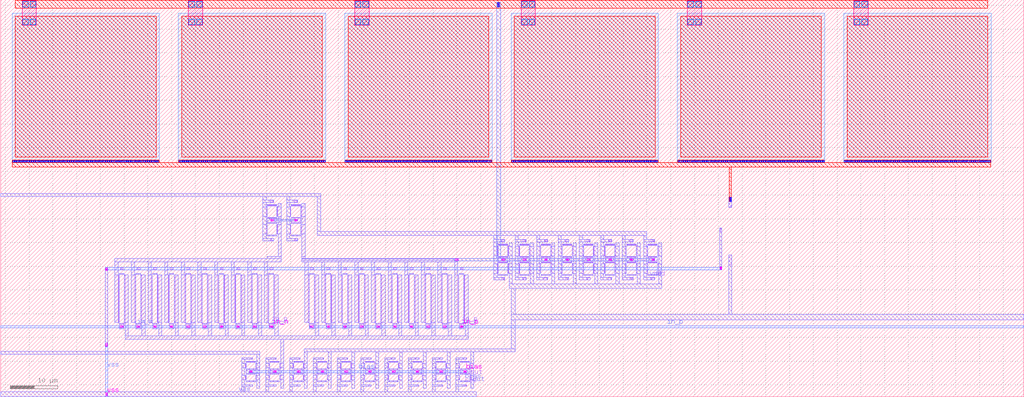
<source format=lef>
VERSION 5.7 ;
  NOWIREEXTENSIONATPIN ON ;
  DIVIDERCHAR "/" ;
  BUSBITCHARS "[]" ;
MACRO myopamp
  CLASS BLOCK ;
  FOREIGN myopamp ;
  ORIGIN 45.995 -2.475 ;
  SIZE 215.245 BY 83.640 ;
  PIN vss
    ANTENNADIFFAREA 5.800000 ;
    PORT
      LAYER li1 ;
        RECT 105.405 37.400 105.735 38.095 ;
        RECT 6.345 10.420 7.035 10.750 ;
        RECT 11.345 10.420 12.035 10.750 ;
        RECT 16.345 10.420 17.035 10.750 ;
        RECT 21.345 10.420 22.035 10.750 ;
        RECT 26.345 10.420 27.035 10.750 ;
        RECT 31.345 10.420 32.035 10.750 ;
        RECT 36.345 10.420 37.035 10.750 ;
        RECT 41.345 10.420 42.035 10.750 ;
        RECT 46.345 10.420 47.035 10.750 ;
        RECT 51.345 10.420 52.035 10.750 ;
        RECT 5.440 8.560 5.610 9.600 ;
        RECT 10.440 8.560 10.610 9.600 ;
        RECT 15.440 8.560 15.610 9.600 ;
        RECT 20.440 8.560 20.610 9.600 ;
        RECT 25.440 8.560 25.610 9.600 ;
        RECT 30.440 8.560 30.610 9.600 ;
        RECT 35.440 8.560 35.610 9.600 ;
        RECT 40.440 8.560 40.610 9.600 ;
        RECT 45.440 8.560 45.610 9.600 ;
        RECT 50.440 8.560 50.610 9.600 ;
        RECT 5.440 6.060 5.610 7.100 ;
        RECT 10.440 6.060 10.610 7.100 ;
        RECT 15.440 6.060 15.610 7.100 ;
        RECT 20.440 6.060 20.610 7.100 ;
        RECT 25.440 6.060 25.610 7.100 ;
        RECT 30.440 6.060 30.610 7.100 ;
        RECT 35.440 6.060 35.610 7.100 ;
        RECT 40.440 6.060 40.610 7.100 ;
        RECT 45.440 6.060 45.610 7.100 ;
        RECT 50.440 6.060 50.610 7.100 ;
        RECT 6.340 4.735 7.030 5.065 ;
        RECT 11.340 4.735 12.030 5.065 ;
        RECT 16.340 4.735 17.030 5.065 ;
        RECT 21.340 4.735 22.030 5.065 ;
        RECT 26.340 4.735 27.030 5.065 ;
        RECT 31.340 4.735 32.030 5.065 ;
        RECT 36.340 4.735 37.030 5.065 ;
        RECT 41.340 4.735 42.030 5.065 ;
        RECT 46.340 4.735 47.030 5.065 ;
        RECT 51.340 4.735 52.030 5.065 ;
      LAYER met1 ;
        RECT -23.970 13.065 -23.445 29.765 ;
        RECT 105.365 29.265 105.775 38.135 ;
        RECT 6.365 10.710 7.015 10.730 ;
        RECT 11.365 10.710 12.015 10.730 ;
        RECT 16.365 10.710 17.015 10.730 ;
        RECT 21.365 10.710 22.015 10.730 ;
        RECT 26.365 10.710 27.015 10.730 ;
        RECT 31.365 10.710 32.015 10.730 ;
        RECT 36.365 10.710 37.015 10.730 ;
        RECT 41.365 10.710 42.015 10.730 ;
        RECT 46.365 10.710 47.015 10.730 ;
        RECT 51.365 10.710 52.015 10.730 ;
        RECT 4.785 10.440 7.015 10.710 ;
        RECT 9.785 10.440 12.015 10.710 ;
        RECT 14.785 10.440 17.015 10.710 ;
        RECT 19.785 10.440 22.015 10.710 ;
        RECT 24.785 10.440 27.015 10.710 ;
        RECT 29.785 10.440 32.015 10.710 ;
        RECT 34.785 10.440 37.015 10.710 ;
        RECT 39.785 10.440 42.015 10.710 ;
        RECT 44.785 10.440 47.015 10.710 ;
        RECT 49.785 10.440 52.015 10.710 ;
        RECT 4.785 10.375 7.005 10.440 ;
        RECT 9.785 10.375 12.005 10.440 ;
        RECT 14.785 10.375 17.005 10.440 ;
        RECT 19.785 10.375 22.005 10.440 ;
        RECT 24.785 10.375 27.005 10.440 ;
        RECT 29.785 10.375 32.005 10.440 ;
        RECT 34.785 10.375 37.005 10.440 ;
        RECT 39.785 10.375 42.005 10.440 ;
        RECT 44.785 10.375 47.005 10.440 ;
        RECT 49.785 10.375 52.005 10.440 ;
        RECT 4.785 9.580 5.410 10.375 ;
        RECT 9.785 9.580 10.410 10.375 ;
        RECT 14.785 9.580 15.410 10.375 ;
        RECT 19.785 9.580 20.410 10.375 ;
        RECT 24.785 9.580 25.410 10.375 ;
        RECT 29.785 9.580 30.410 10.375 ;
        RECT 34.785 9.580 35.410 10.375 ;
        RECT 39.785 9.580 40.410 10.375 ;
        RECT 44.785 9.580 45.410 10.375 ;
        RECT 49.785 9.580 50.410 10.375 ;
        RECT 4.785 8.580 5.640 9.580 ;
        RECT 9.785 8.580 10.640 9.580 ;
        RECT 14.785 8.580 15.640 9.580 ;
        RECT 19.785 8.580 20.640 9.580 ;
        RECT 24.785 8.580 25.640 9.580 ;
        RECT 29.785 8.580 30.640 9.580 ;
        RECT 34.785 8.580 35.640 9.580 ;
        RECT 39.785 8.580 40.640 9.580 ;
        RECT 44.785 8.580 45.640 9.580 ;
        RECT 49.785 8.580 50.640 9.580 ;
        RECT 4.785 7.080 5.410 8.580 ;
        RECT 9.785 7.080 10.410 8.580 ;
        RECT 14.785 7.080 15.410 8.580 ;
        RECT 19.785 7.080 20.410 8.580 ;
        RECT 24.785 7.080 25.410 8.580 ;
        RECT 29.785 7.080 30.410 8.580 ;
        RECT 34.785 7.080 35.410 8.580 ;
        RECT 39.785 7.080 40.410 8.580 ;
        RECT 44.785 7.080 45.410 8.580 ;
        RECT 49.785 7.080 50.410 8.580 ;
        RECT 4.785 6.080 5.640 7.080 ;
        RECT 9.785 6.080 10.640 7.080 ;
        RECT 14.785 6.080 15.640 7.080 ;
        RECT 19.785 6.080 20.640 7.080 ;
        RECT 24.785 6.080 25.640 7.080 ;
        RECT 29.785 6.080 30.640 7.080 ;
        RECT 34.785 6.080 35.640 7.080 ;
        RECT 39.785 6.080 40.640 7.080 ;
        RECT 44.785 6.080 45.640 7.080 ;
        RECT 49.785 6.080 50.640 7.080 ;
        RECT 4.785 5.050 5.410 6.080 ;
        RECT 9.785 5.050 10.410 6.080 ;
        RECT 14.785 5.050 15.410 6.080 ;
        RECT 19.785 5.050 20.410 6.080 ;
        RECT 24.785 5.050 25.410 6.080 ;
        RECT 29.785 5.050 30.410 6.080 ;
        RECT 34.785 5.050 35.410 6.080 ;
        RECT 39.785 5.050 40.410 6.080 ;
        RECT 44.785 5.050 45.410 6.080 ;
        RECT 49.785 5.050 50.410 6.080 ;
        RECT 4.785 5.045 7.005 5.050 ;
        RECT 9.785 5.045 12.005 5.050 ;
        RECT 14.785 5.045 17.005 5.050 ;
        RECT 19.785 5.045 22.005 5.050 ;
        RECT 24.785 5.045 27.005 5.050 ;
        RECT 29.785 5.045 32.005 5.050 ;
        RECT 34.785 5.045 37.005 5.050 ;
        RECT 39.785 5.045 42.005 5.050 ;
        RECT 44.785 5.045 47.005 5.050 ;
        RECT 49.785 5.045 52.005 5.050 ;
        RECT 4.785 4.755 7.010 5.045 ;
        RECT 9.785 4.755 12.010 5.045 ;
        RECT 14.785 4.755 17.010 5.045 ;
        RECT 19.785 4.755 22.010 5.045 ;
        RECT 24.785 4.755 27.010 5.045 ;
        RECT 29.785 4.755 32.010 5.045 ;
        RECT 34.785 4.755 37.010 5.045 ;
        RECT 39.785 4.755 42.010 5.045 ;
        RECT 44.785 4.755 47.010 5.045 ;
        RECT 49.785 4.755 52.010 5.045 ;
        RECT 4.785 4.715 7.005 4.755 ;
        RECT 9.785 4.715 12.005 4.755 ;
        RECT 14.785 4.715 17.005 4.755 ;
        RECT 19.785 4.715 22.005 4.755 ;
        RECT 24.785 4.715 27.005 4.755 ;
        RECT 29.785 4.715 32.005 4.755 ;
        RECT 34.785 4.715 37.005 4.755 ;
        RECT 39.785 4.715 42.005 4.755 ;
        RECT 44.785 4.715 47.005 4.755 ;
        RECT 49.785 4.715 52.005 4.755 ;
        RECT 4.785 3.565 5.410 4.715 ;
        RECT 9.785 3.565 10.410 4.715 ;
        RECT 14.785 3.565 15.410 4.715 ;
        RECT 19.785 3.565 20.410 4.715 ;
        RECT 24.785 3.565 25.410 4.715 ;
        RECT 29.785 3.565 30.410 4.715 ;
        RECT 34.785 3.565 35.410 4.715 ;
        RECT 39.785 3.565 40.410 4.715 ;
        RECT 44.785 3.565 45.410 4.715 ;
        RECT 49.785 3.565 50.410 4.715 ;
        RECT -45.995 2.475 54.090 3.565 ;
      LAYER via ;
        RECT -23.840 29.450 -23.580 29.710 ;
        RECT -23.840 29.130 -23.580 29.390 ;
        RECT 105.445 29.650 105.705 29.910 ;
        RECT 105.445 29.330 105.705 29.590 ;
        RECT -23.835 13.495 -23.575 13.755 ;
        RECT -23.835 13.175 -23.575 13.435 ;
        RECT -23.835 3.060 -23.575 3.320 ;
        RECT -23.835 2.740 -23.575 3.000 ;
      LAYER met2 ;
        RECT 105.415 29.765 105.735 29.940 ;
        RECT -23.970 29.265 105.775 29.765 ;
        RECT -23.870 29.100 -23.550 29.265 ;
        RECT -23.900 2.535 -23.510 13.810 ;
    END
  END vss
  PIN bias
    ANTENNAGATEAREA 40.000000 ;
    ANTENNADIFFAREA 0.580000 ;
    PORT
      LAYER li1 ;
        RECT 5.670 9.770 7.670 9.940 ;
        RECT 10.670 9.770 12.670 9.940 ;
        RECT 15.670 9.770 17.670 9.940 ;
        RECT 20.670 9.770 22.670 9.940 ;
        RECT 25.670 9.770 27.670 9.940 ;
        RECT 30.670 9.770 32.670 9.940 ;
        RECT 35.670 9.770 37.670 9.940 ;
        RECT 40.670 9.770 42.670 9.940 ;
        RECT 45.670 9.770 47.670 9.940 ;
        RECT 50.670 9.770 52.670 9.940 ;
        RECT 7.730 8.560 7.900 9.600 ;
        RECT 5.670 8.220 7.670 8.390 ;
        RECT 10.670 8.220 12.670 8.390 ;
        RECT 15.670 8.220 17.670 8.390 ;
        RECT 20.670 8.220 22.670 8.390 ;
        RECT 25.670 8.220 27.670 8.390 ;
        RECT 30.670 8.220 32.670 8.390 ;
        RECT 35.670 8.220 37.670 8.390 ;
        RECT 40.670 8.220 42.670 8.390 ;
        RECT 45.670 8.220 47.670 8.390 ;
        RECT 50.670 8.220 52.670 8.390 ;
        RECT 5.670 7.270 7.670 7.440 ;
        RECT 10.670 7.270 12.670 7.440 ;
        RECT 15.670 7.270 17.670 7.440 ;
        RECT 20.670 7.270 22.670 7.440 ;
        RECT 25.670 7.270 27.670 7.440 ;
        RECT 30.670 7.270 32.670 7.440 ;
        RECT 35.670 7.270 37.670 7.440 ;
        RECT 40.670 7.270 42.670 7.440 ;
        RECT 45.670 7.270 47.670 7.440 ;
        RECT 50.670 7.270 52.670 7.440 ;
        RECT 7.730 6.060 7.900 7.100 ;
        RECT 5.670 5.720 7.670 5.890 ;
        RECT 10.670 5.720 12.670 5.890 ;
        RECT 15.670 5.720 17.670 5.890 ;
        RECT 20.670 5.720 22.670 5.890 ;
        RECT 25.670 5.720 27.670 5.890 ;
        RECT 30.670 5.720 32.670 5.890 ;
        RECT 35.670 5.720 37.670 5.890 ;
        RECT 40.670 5.720 42.670 5.890 ;
        RECT 45.670 5.720 47.670 5.890 ;
        RECT 50.670 5.720 52.670 5.890 ;
      LAYER met1 ;
        RECT -45.995 11.435 8.555 12.055 ;
        RECT 5.690 9.740 7.650 9.970 ;
        RECT 7.930 9.580 8.555 11.435 ;
        RECT 10.690 9.740 12.650 9.970 ;
        RECT 15.690 9.740 17.650 9.970 ;
        RECT 20.690 9.740 22.650 9.970 ;
        RECT 25.690 9.740 27.650 9.970 ;
        RECT 30.690 9.740 32.650 9.970 ;
        RECT 35.690 9.740 37.650 9.970 ;
        RECT 40.690 9.740 42.650 9.970 ;
        RECT 45.690 9.740 47.650 9.970 ;
        RECT 50.690 9.740 52.650 9.970 ;
        RECT 7.700 8.580 8.555 9.580 ;
        RECT 5.690 8.185 7.650 8.420 ;
        RECT 7.930 8.185 8.555 8.580 ;
        RECT 5.690 7.465 8.555 8.185 ;
        RECT 5.690 7.240 7.650 7.465 ;
        RECT 7.930 7.080 8.555 7.465 ;
        RECT 10.690 7.240 12.650 8.420 ;
        RECT 15.690 7.240 17.650 8.420 ;
        RECT 20.690 7.240 22.650 8.420 ;
        RECT 25.690 7.240 27.650 8.420 ;
        RECT 30.690 7.240 32.650 8.420 ;
        RECT 35.690 7.240 37.650 8.420 ;
        RECT 40.690 7.240 42.650 8.420 ;
        RECT 45.690 7.240 47.650 8.420 ;
        RECT 50.690 7.240 52.650 8.420 ;
        RECT 7.700 6.080 8.555 7.080 ;
        RECT 5.690 5.690 7.650 5.920 ;
        RECT 7.930 4.300 8.555 6.080 ;
        RECT 10.690 5.690 12.650 5.920 ;
        RECT 15.690 5.690 17.650 5.920 ;
        RECT 20.690 5.690 22.650 5.920 ;
        RECT 25.690 5.690 27.650 5.920 ;
        RECT 30.690 5.690 32.650 5.920 ;
        RECT 35.690 5.690 37.650 5.920 ;
        RECT 40.690 5.690 42.650 5.920 ;
        RECT 45.690 5.690 47.650 5.920 ;
        RECT 50.690 5.690 52.650 5.920 ;
      LAYER via ;
        RECT 6.415 7.705 6.675 7.965 ;
        RECT 6.735 7.705 6.995 7.965 ;
        RECT 11.415 7.705 11.675 7.965 ;
        RECT 11.735 7.705 11.995 7.965 ;
        RECT 16.415 7.705 16.675 7.965 ;
        RECT 16.735 7.705 16.995 7.965 ;
        RECT 21.415 7.705 21.675 7.965 ;
        RECT 21.735 7.705 21.995 7.965 ;
        RECT 26.415 7.705 26.675 7.965 ;
        RECT 26.735 7.705 26.995 7.965 ;
        RECT 31.415 7.705 31.675 7.965 ;
        RECT 31.735 7.705 31.995 7.965 ;
        RECT 36.415 7.705 36.675 7.965 ;
        RECT 36.735 7.705 36.995 7.965 ;
        RECT 41.415 7.705 41.675 7.965 ;
        RECT 41.735 7.705 41.995 7.965 ;
        RECT 46.415 7.705 46.675 7.965 ;
        RECT 46.735 7.705 46.995 7.965 ;
        RECT 51.415 7.705 51.675 7.965 ;
        RECT 51.735 7.705 51.995 7.965 ;
      LAYER met2 ;
        RECT 6.340 7.625 52.135 8.045 ;
    END
  END bias
  PIN vdd
    ANTENNADIFFAREA 11.599999 ;
    PORT
      LAYER li1 ;
        RECT 10.755 43.520 11.445 43.850 ;
        RECT 15.755 43.520 16.445 43.850 ;
        RECT 9.890 40.525 10.060 42.565 ;
        RECT 14.890 40.525 15.060 42.565 ;
        RECT 9.890 36.825 10.060 38.865 ;
        RECT 14.890 36.825 15.060 38.865 ;
        RECT 10.740 35.495 11.430 35.825 ;
        RECT 15.740 35.495 16.430 35.825 ;
        RECT 59.345 35.220 60.035 35.550 ;
        RECT 63.845 35.220 64.535 35.550 ;
        RECT 68.345 35.220 69.035 35.550 ;
        RECT 72.845 35.220 73.535 35.550 ;
        RECT 77.345 35.220 78.035 35.550 ;
        RECT 81.845 35.220 82.535 35.550 ;
        RECT 86.345 35.220 87.035 35.550 ;
        RECT 90.845 35.220 91.535 35.550 ;
        RECT 58.480 32.225 58.650 34.265 ;
        RECT 62.980 32.225 63.150 34.265 ;
        RECT 67.480 32.225 67.650 34.265 ;
        RECT 71.980 32.225 72.150 34.265 ;
        RECT 76.480 32.225 76.650 34.265 ;
        RECT 80.980 32.225 81.150 34.265 ;
        RECT 85.480 32.225 85.650 34.265 ;
        RECT 89.980 32.225 90.150 34.265 ;
        RECT 58.480 28.525 58.650 30.565 ;
        RECT 62.980 28.525 63.150 30.565 ;
        RECT 67.480 28.525 67.650 30.565 ;
        RECT 71.980 28.525 72.150 30.565 ;
        RECT 76.480 28.525 76.650 30.565 ;
        RECT 80.980 28.525 81.150 30.565 ;
        RECT 85.480 28.525 85.650 30.565 ;
        RECT 89.980 28.525 90.150 30.565 ;
        RECT 59.330 27.195 60.020 27.525 ;
        RECT 63.830 27.195 64.520 27.525 ;
        RECT 68.330 27.195 69.020 27.525 ;
        RECT 72.830 27.195 73.520 27.525 ;
        RECT 77.330 27.195 78.020 27.525 ;
        RECT 81.830 27.195 82.520 27.525 ;
        RECT 86.330 27.195 87.020 27.525 ;
        RECT 90.830 27.195 91.520 27.525 ;
      LAYER met1 ;
        RECT -45.995 44.755 21.330 45.350 ;
        RECT 9.195 43.945 9.860 44.755 ;
        RECT 14.195 43.945 14.860 44.755 ;
        RECT 9.195 43.425 11.500 43.945 ;
        RECT 14.195 43.425 16.500 43.945 ;
        RECT 9.195 42.545 9.860 43.425 ;
        RECT 14.195 42.545 14.860 43.425 ;
        RECT 9.195 40.545 10.090 42.545 ;
        RECT 14.195 40.545 15.090 42.545 ;
        RECT 9.195 38.845 9.860 40.545 ;
        RECT 14.195 38.845 14.860 40.545 ;
        RECT 9.195 36.845 10.090 38.845 ;
        RECT 14.195 36.845 15.090 38.845 ;
        RECT 20.625 37.370 21.330 44.755 ;
        RECT 9.195 35.920 9.860 36.845 ;
        RECT 14.195 35.920 14.860 36.845 ;
        RECT 20.625 36.455 89.950 37.370 ;
        RECT 9.195 35.400 11.500 35.920 ;
        RECT 14.195 35.400 16.500 35.920 ;
        RECT 57.785 35.645 58.450 36.455 ;
        RECT 62.285 35.645 62.950 36.455 ;
        RECT 66.785 35.645 67.450 36.455 ;
        RECT 71.285 35.645 71.950 36.455 ;
        RECT 75.785 35.645 76.450 36.455 ;
        RECT 80.285 35.645 80.950 36.455 ;
        RECT 84.785 35.645 85.450 36.455 ;
        RECT 89.285 35.645 89.950 36.455 ;
        RECT 57.785 35.125 60.090 35.645 ;
        RECT 62.285 35.125 64.590 35.645 ;
        RECT 66.785 35.125 69.090 35.645 ;
        RECT 71.285 35.125 73.590 35.645 ;
        RECT 75.785 35.125 78.090 35.645 ;
        RECT 80.285 35.125 82.590 35.645 ;
        RECT 84.785 35.125 87.090 35.645 ;
        RECT 89.285 35.125 91.590 35.645 ;
        RECT 57.785 34.245 58.450 35.125 ;
        RECT 62.285 34.245 62.950 35.125 ;
        RECT 66.785 34.245 67.450 35.125 ;
        RECT 71.285 34.245 71.950 35.125 ;
        RECT 75.785 34.245 76.450 35.125 ;
        RECT 80.285 34.245 80.950 35.125 ;
        RECT 84.785 34.245 85.450 35.125 ;
        RECT 89.285 34.245 89.950 35.125 ;
        RECT 57.785 32.245 58.680 34.245 ;
        RECT 62.285 32.245 63.180 34.245 ;
        RECT 66.785 32.245 67.680 34.245 ;
        RECT 71.285 32.245 72.180 34.245 ;
        RECT 75.785 32.245 76.680 34.245 ;
        RECT 80.285 32.245 81.180 34.245 ;
        RECT 84.785 32.245 85.680 34.245 ;
        RECT 89.285 32.245 90.180 34.245 ;
        RECT 57.785 30.545 58.450 32.245 ;
        RECT 62.285 30.545 62.950 32.245 ;
        RECT 66.785 30.545 67.450 32.245 ;
        RECT 71.285 30.545 71.950 32.245 ;
        RECT 75.785 30.545 76.450 32.245 ;
        RECT 80.285 30.545 80.950 32.245 ;
        RECT 84.785 30.545 85.450 32.245 ;
        RECT 89.285 30.545 89.950 32.245 ;
        RECT 57.785 28.545 58.680 30.545 ;
        RECT 62.285 28.545 63.180 30.545 ;
        RECT 66.785 28.545 67.680 30.545 ;
        RECT 71.285 28.545 72.180 30.545 ;
        RECT 75.785 28.545 76.680 30.545 ;
        RECT 80.285 28.545 81.180 30.545 ;
        RECT 84.785 28.545 85.680 30.545 ;
        RECT 89.285 28.545 90.180 30.545 ;
        RECT 57.785 27.620 58.450 28.545 ;
        RECT 62.285 27.620 62.950 28.545 ;
        RECT 66.785 27.620 67.450 28.545 ;
        RECT 71.285 27.620 71.950 28.545 ;
        RECT 75.785 27.620 76.450 28.545 ;
        RECT 80.285 27.620 80.950 28.545 ;
        RECT 84.785 27.620 85.450 28.545 ;
        RECT 89.285 27.620 89.950 28.545 ;
        RECT 57.785 27.100 60.090 27.620 ;
        RECT 62.285 27.100 64.590 27.620 ;
        RECT 66.785 27.100 69.090 27.620 ;
        RECT 71.285 27.100 73.590 27.620 ;
        RECT 75.785 27.100 78.090 27.620 ;
        RECT 80.285 27.100 82.590 27.620 ;
        RECT 84.785 27.100 87.090 27.620 ;
        RECT 89.285 27.100 91.590 27.620 ;
    END
  END vdd
  PIN out
    ANTENNADIFFAREA 13.920000 ;
    PORT
      LAYER li1 ;
        RECT 60.770 32.225 60.940 34.265 ;
        RECT 65.270 32.225 65.440 34.265 ;
        RECT 69.770 32.225 69.940 34.265 ;
        RECT 74.270 32.225 74.440 34.265 ;
        RECT 78.770 32.225 78.940 34.265 ;
        RECT 83.270 32.225 83.440 34.265 ;
        RECT 87.770 32.225 87.940 34.265 ;
        RECT 92.270 32.225 92.440 34.265 ;
        RECT 60.770 28.525 60.940 30.565 ;
        RECT 65.270 28.525 65.440 30.565 ;
        RECT 69.770 28.525 69.940 30.565 ;
        RECT 74.270 28.525 74.440 30.565 ;
        RECT 78.770 28.525 78.940 30.565 ;
        RECT 83.270 28.525 83.440 30.565 ;
        RECT 87.770 28.525 87.940 30.565 ;
        RECT 92.270 28.525 92.440 30.565 ;
        RECT 107.195 30.280 107.885 32.440 ;
        RECT 17.730 8.560 17.900 9.600 ;
        RECT 22.730 8.560 22.900 9.600 ;
        RECT 27.730 8.560 27.900 9.600 ;
        RECT 32.730 8.560 32.900 9.600 ;
        RECT 37.730 8.560 37.900 9.600 ;
        RECT 42.730 8.560 42.900 9.600 ;
        RECT 47.730 8.560 47.900 9.600 ;
        RECT 52.730 8.560 52.900 9.600 ;
        RECT 17.730 6.060 17.900 7.100 ;
        RECT 22.730 6.060 22.900 7.100 ;
        RECT 27.730 6.060 27.900 7.100 ;
        RECT 32.730 6.060 32.900 7.100 ;
        RECT 37.730 6.060 37.900 7.100 ;
        RECT 42.730 6.060 42.900 7.100 ;
        RECT 47.730 6.060 47.900 7.100 ;
        RECT 52.730 6.060 52.900 7.100 ;
      LAYER met1 ;
        RECT 60.970 34.245 61.635 34.900 ;
        RECT 65.470 34.245 66.135 34.900 ;
        RECT 69.970 34.245 70.635 34.900 ;
        RECT 74.470 34.245 75.135 34.900 ;
        RECT 78.970 34.245 79.635 34.900 ;
        RECT 83.470 34.245 84.135 34.900 ;
        RECT 87.970 34.245 88.635 34.900 ;
        RECT 92.470 34.245 93.135 34.900 ;
        RECT 60.740 32.245 61.635 34.245 ;
        RECT 65.240 32.245 66.135 34.245 ;
        RECT 69.740 32.245 70.635 34.245 ;
        RECT 74.240 32.245 75.135 34.245 ;
        RECT 78.740 32.245 79.635 34.245 ;
        RECT 83.240 32.245 84.135 34.245 ;
        RECT 87.740 32.245 88.635 34.245 ;
        RECT 92.240 32.245 93.135 34.245 ;
        RECT 60.970 30.545 61.635 32.245 ;
        RECT 65.470 30.545 66.135 32.245 ;
        RECT 69.970 30.545 70.635 32.245 ;
        RECT 74.470 30.545 75.135 32.245 ;
        RECT 78.970 30.545 79.635 32.245 ;
        RECT 83.470 30.545 84.135 32.245 ;
        RECT 87.970 30.545 88.635 32.245 ;
        RECT 92.470 30.545 93.135 32.245 ;
        RECT 60.740 28.545 61.635 30.545 ;
        RECT 65.240 28.545 66.135 30.545 ;
        RECT 69.740 28.545 70.635 30.545 ;
        RECT 74.240 28.545 75.135 30.545 ;
        RECT 78.740 28.545 79.635 30.545 ;
        RECT 83.240 28.545 84.135 30.545 ;
        RECT 87.740 28.545 88.635 30.545 ;
        RECT 92.240 28.545 93.135 30.545 ;
        RECT 60.970 26.250 61.635 28.545 ;
        RECT 65.470 26.250 66.135 28.545 ;
        RECT 69.970 26.250 70.635 28.545 ;
        RECT 74.470 26.250 75.135 28.545 ;
        RECT 78.970 26.250 79.635 28.545 ;
        RECT 83.470 26.250 84.135 28.545 ;
        RECT 87.970 26.250 88.635 28.545 ;
        RECT 92.470 26.250 93.135 28.545 ;
        RECT 60.970 25.320 93.135 26.250 ;
        RECT 61.455 19.875 62.305 25.320 ;
        RECT 107.245 19.875 107.835 32.415 ;
        RECT 61.455 18.695 169.250 19.875 ;
        RECT 61.455 12.600 62.305 18.695 ;
        RECT 17.930 11.985 62.305 12.600 ;
        RECT 17.930 9.580 18.555 11.985 ;
        RECT 22.930 9.580 23.555 11.985 ;
        RECT 27.930 9.580 28.555 11.985 ;
        RECT 32.930 9.580 33.555 11.985 ;
        RECT 37.930 9.580 38.555 11.985 ;
        RECT 42.930 9.580 43.555 11.985 ;
        RECT 47.930 9.580 48.555 11.985 ;
        RECT 52.930 9.580 53.555 11.985 ;
        RECT 17.700 8.580 18.555 9.580 ;
        RECT 22.700 8.580 23.555 9.580 ;
        RECT 27.700 8.580 28.555 9.580 ;
        RECT 32.700 8.580 33.555 9.580 ;
        RECT 37.700 8.580 38.555 9.580 ;
        RECT 42.700 8.580 43.555 9.580 ;
        RECT 47.700 8.580 48.555 9.580 ;
        RECT 52.700 8.580 53.555 9.580 ;
        RECT 17.930 7.080 18.555 8.580 ;
        RECT 22.930 7.080 23.555 8.580 ;
        RECT 27.930 7.080 28.555 8.580 ;
        RECT 32.930 7.080 33.555 8.580 ;
        RECT 37.930 7.080 38.555 8.580 ;
        RECT 42.930 7.080 43.555 8.580 ;
        RECT 47.930 7.080 48.555 8.580 ;
        RECT 52.930 7.080 53.555 8.580 ;
        RECT 17.700 6.080 18.555 7.080 ;
        RECT 22.700 6.080 23.555 7.080 ;
        RECT 27.700 6.080 28.555 7.080 ;
        RECT 32.700 6.080 33.555 7.080 ;
        RECT 37.700 6.080 38.555 7.080 ;
        RECT 42.700 6.080 43.555 7.080 ;
        RECT 47.700 6.080 48.555 7.080 ;
        RECT 52.700 6.080 53.555 7.080 ;
        RECT 17.930 4.300 18.555 6.080 ;
        RECT 22.930 4.300 23.555 6.080 ;
        RECT 27.930 4.300 28.555 6.080 ;
        RECT 32.930 4.300 33.555 6.080 ;
        RECT 37.930 4.300 38.555 6.080 ;
        RECT 42.930 4.300 43.555 6.080 ;
        RECT 47.930 4.300 48.555 6.080 ;
        RECT 52.930 4.300 53.555 6.080 ;
    END
  END out
  PIN in_n
    ANTENNAGATEAREA 100.000000 ;
    PORT
      LAYER li1 ;
        RECT -21.040 28.340 -20.040 28.510 ;
        RECT -17.540 28.340 -16.540 28.510 ;
        RECT -14.040 28.340 -13.040 28.510 ;
        RECT -10.540 28.340 -9.540 28.510 ;
        RECT -7.040 28.340 -6.040 28.510 ;
        RECT -3.540 28.340 -2.540 28.510 ;
        RECT -0.040 28.340 0.960 28.510 ;
        RECT 3.460 28.340 4.460 28.510 ;
        RECT 6.960 28.340 7.960 28.510 ;
        RECT 10.460 28.340 11.460 28.510 ;
        RECT -21.040 17.790 -20.040 17.960 ;
        RECT -17.540 17.790 -16.540 17.960 ;
        RECT -14.040 17.790 -13.040 17.960 ;
        RECT -10.540 17.790 -9.540 17.960 ;
        RECT -7.040 17.790 -6.040 17.960 ;
        RECT -3.540 17.790 -2.540 17.960 ;
        RECT -0.040 17.790 0.960 17.960 ;
        RECT 3.460 17.790 4.460 17.960 ;
        RECT 6.960 17.790 7.960 17.960 ;
        RECT 10.460 17.790 11.460 17.960 ;
      LAYER met1 ;
        RECT -21.020 28.310 -20.060 28.540 ;
        RECT -17.520 28.310 -16.560 28.540 ;
        RECT -14.020 28.310 -13.060 28.540 ;
        RECT -10.520 28.310 -9.560 28.540 ;
        RECT -7.020 28.310 -6.060 28.540 ;
        RECT -3.520 28.310 -2.560 28.540 ;
        RECT -0.020 28.310 0.940 28.540 ;
        RECT 3.480 28.310 4.440 28.540 ;
        RECT 6.980 28.310 7.940 28.540 ;
        RECT 10.480 28.310 11.440 28.540 ;
        RECT -21.020 16.785 -20.060 17.990 ;
        RECT -17.520 16.785 -16.560 17.990 ;
        RECT -14.020 16.785 -13.060 17.990 ;
        RECT -10.520 16.785 -9.560 17.990 ;
        RECT -7.020 16.785 -6.060 17.990 ;
        RECT -3.520 16.785 -2.560 17.990 ;
        RECT -0.020 16.785 0.940 17.990 ;
        RECT 3.480 16.785 4.440 17.990 ;
        RECT 6.980 16.785 7.940 17.990 ;
        RECT 10.480 16.785 11.440 17.990 ;
      LAYER via ;
        RECT -20.825 17.155 -20.565 17.415 ;
        RECT -20.505 17.155 -20.245 17.415 ;
        RECT -17.325 17.155 -17.065 17.415 ;
        RECT -17.005 17.155 -16.745 17.415 ;
        RECT -13.825 17.155 -13.565 17.415 ;
        RECT -13.505 17.155 -13.245 17.415 ;
        RECT -10.325 17.155 -10.065 17.415 ;
        RECT -10.005 17.155 -9.745 17.415 ;
        RECT -6.825 17.155 -6.565 17.415 ;
        RECT -6.505 17.155 -6.245 17.415 ;
        RECT -3.325 17.155 -3.065 17.415 ;
        RECT -3.005 17.155 -2.745 17.415 ;
        RECT 0.175 17.155 0.435 17.415 ;
        RECT 0.495 17.155 0.755 17.415 ;
        RECT 3.675 17.155 3.935 17.415 ;
        RECT 3.995 17.155 4.255 17.415 ;
        RECT 7.175 17.155 7.435 17.415 ;
        RECT 7.495 17.155 7.755 17.415 ;
        RECT 10.675 17.155 10.935 17.415 ;
        RECT 10.995 17.155 11.255 17.415 ;
      LAYER met2 ;
        RECT -45.995 17.070 11.365 17.495 ;
    END
  END in_n
  PIN in_p
    ANTENNAGATEAREA 100.000000 ;
    PORT
      LAYER li1 ;
        RECT 18.960 28.340 19.960 28.510 ;
        RECT 22.460 28.340 23.460 28.510 ;
        RECT 25.960 28.340 26.960 28.510 ;
        RECT 29.460 28.340 30.460 28.510 ;
        RECT 32.960 28.340 33.960 28.510 ;
        RECT 36.460 28.340 37.460 28.510 ;
        RECT 39.960 28.340 40.960 28.510 ;
        RECT 43.460 28.340 44.460 28.510 ;
        RECT 46.960 28.340 47.960 28.510 ;
        RECT 50.460 28.340 51.460 28.510 ;
        RECT 18.960 17.790 19.960 17.960 ;
        RECT 22.460 17.790 23.460 17.960 ;
        RECT 25.960 17.790 26.960 17.960 ;
        RECT 29.460 17.790 30.460 17.960 ;
        RECT 32.960 17.790 33.960 17.960 ;
        RECT 36.460 17.790 37.460 17.960 ;
        RECT 39.960 17.790 40.960 17.960 ;
        RECT 43.460 17.790 44.460 17.960 ;
        RECT 46.960 17.790 47.960 17.960 ;
        RECT 50.460 17.790 51.460 17.960 ;
      LAYER met1 ;
        RECT 18.980 28.310 19.940 28.540 ;
        RECT 22.480 28.310 23.440 28.540 ;
        RECT 25.980 28.310 26.940 28.540 ;
        RECT 29.480 28.310 30.440 28.540 ;
        RECT 32.980 28.310 33.940 28.540 ;
        RECT 36.480 28.310 37.440 28.540 ;
        RECT 39.980 28.310 40.940 28.540 ;
        RECT 43.480 28.310 44.440 28.540 ;
        RECT 46.980 28.310 47.940 28.540 ;
        RECT 50.480 28.310 51.440 28.540 ;
        RECT 18.980 16.785 19.940 17.990 ;
        RECT 22.480 16.785 23.440 17.990 ;
        RECT 25.980 16.785 26.940 17.990 ;
        RECT 29.480 16.785 30.440 17.990 ;
        RECT 32.980 16.785 33.940 17.990 ;
        RECT 36.480 16.785 37.440 17.990 ;
        RECT 39.980 16.785 40.940 17.990 ;
        RECT 43.480 16.785 44.440 17.990 ;
        RECT 46.980 16.785 47.940 17.990 ;
        RECT 50.480 16.785 51.440 17.990 ;
      LAYER via ;
        RECT 19.175 17.155 19.435 17.415 ;
        RECT 19.495 17.155 19.755 17.415 ;
        RECT 22.675 17.155 22.935 17.415 ;
        RECT 22.995 17.155 23.255 17.415 ;
        RECT 26.175 17.155 26.435 17.415 ;
        RECT 26.495 17.155 26.755 17.415 ;
        RECT 29.675 17.155 29.935 17.415 ;
        RECT 29.995 17.155 30.255 17.415 ;
        RECT 33.175 17.155 33.435 17.415 ;
        RECT 33.495 17.155 33.755 17.415 ;
        RECT 36.675 17.155 36.935 17.415 ;
        RECT 36.995 17.155 37.255 17.415 ;
        RECT 40.175 17.155 40.435 17.415 ;
        RECT 40.495 17.155 40.755 17.415 ;
        RECT 43.675 17.155 43.935 17.415 ;
        RECT 43.995 17.155 44.255 17.415 ;
        RECT 47.175 17.155 47.435 17.415 ;
        RECT 47.495 17.155 47.755 17.415 ;
        RECT 50.675 17.155 50.935 17.415 ;
        RECT 50.995 17.155 51.255 17.415 ;
      LAYER met2 ;
        RECT 19.095 17.070 169.250 17.495 ;
    END
  END in_p
  OBS
      LAYER li1 ;
        RECT 10.120 42.780 12.120 42.950 ;
        RECT 15.120 42.780 17.120 42.950 ;
        RECT 12.180 40.525 12.350 42.565 ;
        RECT 17.180 40.525 17.350 42.565 ;
        RECT 107.195 42.440 107.885 44.600 ;
        RECT 10.120 40.140 12.120 40.310 ;
        RECT 15.120 40.140 17.120 40.310 ;
        RECT 10.120 39.080 12.120 39.250 ;
        RECT 15.120 39.080 17.120 39.250 ;
        RECT 12.180 36.825 12.350 38.865 ;
        RECT 17.180 36.825 17.350 38.865 ;
        RECT 10.120 36.440 12.120 36.610 ;
        RECT 15.120 36.440 17.120 36.610 ;
        RECT 58.710 34.480 60.710 34.650 ;
        RECT 63.210 34.480 65.210 34.650 ;
        RECT 67.710 34.480 69.710 34.650 ;
        RECT 72.210 34.480 74.210 34.650 ;
        RECT 76.710 34.480 78.710 34.650 ;
        RECT 81.210 34.480 83.210 34.650 ;
        RECT 85.710 34.480 87.710 34.650 ;
        RECT 90.210 34.480 92.210 34.650 ;
        RECT 58.710 31.840 60.710 32.010 ;
        RECT 63.210 31.840 65.210 32.010 ;
        RECT 67.710 31.840 69.710 32.010 ;
        RECT 72.210 31.840 74.210 32.010 ;
        RECT 76.710 31.840 78.710 32.010 ;
        RECT 81.210 31.840 83.210 32.010 ;
        RECT 85.710 31.840 87.710 32.010 ;
        RECT 90.210 31.840 92.210 32.010 ;
        RECT 58.710 30.780 60.710 30.950 ;
        RECT 63.210 30.780 65.210 30.950 ;
        RECT 67.710 30.780 69.710 30.950 ;
        RECT 72.210 30.780 74.210 30.950 ;
        RECT 76.710 30.780 78.710 30.950 ;
        RECT 81.210 30.780 83.210 30.950 ;
        RECT 85.710 30.780 87.710 30.950 ;
        RECT 90.210 30.780 92.210 30.950 ;
        RECT -20.840 29.375 -20.150 29.705 ;
        RECT -17.340 29.375 -16.650 29.705 ;
        RECT -13.840 29.375 -13.150 29.705 ;
        RECT -10.340 29.375 -9.650 29.705 ;
        RECT -6.840 29.375 -6.150 29.705 ;
        RECT -3.340 29.375 -2.650 29.705 ;
        RECT 0.160 29.375 0.850 29.705 ;
        RECT 3.660 29.375 4.350 29.705 ;
        RECT 7.160 29.375 7.850 29.705 ;
        RECT 10.660 29.375 11.350 29.705 ;
        RECT 19.160 29.375 19.850 29.705 ;
        RECT 22.660 29.375 23.350 29.705 ;
        RECT 26.160 29.375 26.850 29.705 ;
        RECT 29.660 29.375 30.350 29.705 ;
        RECT 33.160 29.375 33.850 29.705 ;
        RECT 36.660 29.375 37.350 29.705 ;
        RECT 40.160 29.375 40.850 29.705 ;
        RECT 43.660 29.375 44.350 29.705 ;
        RECT 47.160 29.375 47.850 29.705 ;
        RECT 50.660 29.375 51.350 29.705 ;
        RECT -21.270 18.130 -21.100 28.170 ;
        RECT -19.980 18.130 -19.810 28.170 ;
        RECT -17.770 18.130 -17.600 28.170 ;
        RECT -16.480 18.130 -16.310 28.170 ;
        RECT -14.270 18.130 -14.100 28.170 ;
        RECT -12.980 18.130 -12.810 28.170 ;
        RECT -10.770 18.130 -10.600 28.170 ;
        RECT -9.480 18.130 -9.310 28.170 ;
        RECT -7.270 18.130 -7.100 28.170 ;
        RECT -5.980 18.130 -5.810 28.170 ;
        RECT -3.770 18.130 -3.600 28.170 ;
        RECT -2.480 18.130 -2.310 28.170 ;
        RECT -0.270 18.130 -0.100 28.170 ;
        RECT 1.020 18.130 1.190 28.170 ;
        RECT 3.230 18.130 3.400 28.170 ;
        RECT 4.520 18.130 4.690 28.170 ;
        RECT 6.730 18.130 6.900 28.170 ;
        RECT 8.020 18.130 8.190 28.170 ;
        RECT 10.230 18.130 10.400 28.170 ;
        RECT 11.520 18.130 11.690 28.170 ;
        RECT 18.730 18.130 18.900 28.170 ;
        RECT 20.020 18.130 20.190 28.170 ;
        RECT 22.230 18.130 22.400 28.170 ;
        RECT 23.520 18.130 23.690 28.170 ;
        RECT 25.730 18.130 25.900 28.170 ;
        RECT 27.020 18.130 27.190 28.170 ;
        RECT 29.230 18.130 29.400 28.170 ;
        RECT 30.520 18.130 30.690 28.170 ;
        RECT 32.730 18.130 32.900 28.170 ;
        RECT 34.020 18.130 34.190 28.170 ;
        RECT 36.230 18.130 36.400 28.170 ;
        RECT 37.520 18.130 37.690 28.170 ;
        RECT 39.730 18.130 39.900 28.170 ;
        RECT 41.020 18.130 41.190 28.170 ;
        RECT 43.230 18.130 43.400 28.170 ;
        RECT 44.520 18.130 44.690 28.170 ;
        RECT 46.730 18.130 46.900 28.170 ;
        RECT 48.020 18.130 48.190 28.170 ;
        RECT 50.230 18.130 50.400 28.170 ;
        RECT 51.520 18.130 51.690 28.170 ;
        RECT 58.710 28.140 60.710 28.310 ;
        RECT 63.210 28.140 65.210 28.310 ;
        RECT 67.710 28.140 69.710 28.310 ;
        RECT 72.210 28.140 74.210 28.310 ;
        RECT 76.710 28.140 78.710 28.310 ;
        RECT 81.210 28.140 83.210 28.310 ;
        RECT 85.710 28.140 87.710 28.310 ;
        RECT 90.210 28.140 92.210 28.310 ;
        RECT 12.730 8.560 12.900 9.600 ;
        RECT 12.730 6.060 12.900 7.100 ;
      LAYER met1 ;
        RECT 10.140 42.750 12.100 42.980 ;
        RECT 12.380 42.545 13.045 43.200 ;
        RECT 15.140 42.750 17.100 42.980 ;
        RECT 17.380 42.545 18.045 43.200 ;
        RECT 12.150 40.545 13.045 42.545 ;
        RECT 17.150 40.545 18.045 42.545 ;
        RECT 107.245 42.465 107.835 44.570 ;
        RECT 10.140 40.110 12.100 40.340 ;
        RECT 12.380 40.110 13.045 40.545 ;
        RECT 10.140 39.280 13.045 40.110 ;
        RECT 10.140 39.050 12.100 39.280 ;
        RECT 12.380 38.845 13.045 39.280 ;
        RECT 15.140 39.050 17.100 40.340 ;
        RECT 17.380 38.845 18.045 40.545 ;
        RECT 12.150 36.845 13.045 38.845 ;
        RECT 17.150 36.845 18.045 38.845 ;
        RECT 10.140 36.410 12.100 36.640 ;
        RECT 12.380 32.065 13.045 36.845 ;
        RECT 15.140 36.410 17.100 36.640 ;
        RECT 10.060 31.700 13.070 32.065 ;
        RECT 17.380 32.045 18.045 36.845 ;
        RECT 58.730 34.450 60.690 34.680 ;
        RECT 63.230 34.450 65.190 34.680 ;
        RECT 67.730 34.450 69.690 34.680 ;
        RECT 72.230 34.450 74.190 34.680 ;
        RECT 76.730 34.450 78.690 34.680 ;
        RECT 81.230 34.450 83.190 34.680 ;
        RECT 85.730 34.450 87.690 34.680 ;
        RECT 90.230 34.450 92.190 34.680 ;
        RECT -21.980 30.910 13.070 31.700 ;
        RECT 17.385 31.700 18.045 32.045 ;
        RECT 17.385 31.550 50.200 31.700 ;
        RECT 17.385 31.230 50.300 31.550 ;
        RECT 17.385 30.940 50.200 31.230 ;
        RECT -21.980 30.900 10.200 30.910 ;
        RECT -21.980 28.150 -21.300 30.900 ;
        RECT -18.480 28.150 -17.800 30.900 ;
        RECT -14.980 28.150 -14.300 30.900 ;
        RECT -11.480 28.150 -10.800 30.900 ;
        RECT -7.980 28.150 -7.300 30.900 ;
        RECT -4.480 28.150 -3.800 30.900 ;
        RECT -0.980 28.150 -0.300 30.900 ;
        RECT 2.520 28.150 3.200 30.900 ;
        RECT 6.020 28.150 6.700 30.900 ;
        RECT 9.520 28.150 10.200 30.900 ;
        RECT 18.020 30.900 50.200 30.940 ;
        RECT 18.020 28.150 18.700 30.900 ;
        RECT 21.520 28.150 22.200 30.900 ;
        RECT 25.020 28.150 25.700 30.900 ;
        RECT 28.520 28.150 29.200 30.900 ;
        RECT 32.020 28.150 32.700 30.900 ;
        RECT 35.520 28.150 36.200 30.900 ;
        RECT 39.020 28.150 39.700 30.900 ;
        RECT 42.520 28.150 43.200 30.900 ;
        RECT 46.020 28.150 46.700 30.900 ;
        RECT 49.520 28.150 50.200 30.900 ;
        RECT 58.730 30.750 60.690 32.040 ;
        RECT 63.230 30.750 65.190 32.040 ;
        RECT 67.730 30.750 69.690 32.040 ;
        RECT 72.230 30.750 74.190 32.040 ;
        RECT 76.730 30.750 78.690 32.040 ;
        RECT 81.230 30.750 83.190 32.040 ;
        RECT 85.730 30.750 87.690 32.040 ;
        RECT 90.230 30.750 92.190 32.040 ;
        RECT -21.980 18.150 -21.070 28.150 ;
        RECT -20.010 18.150 -19.100 28.150 ;
        RECT -18.480 18.150 -17.570 28.150 ;
        RECT -16.510 18.150 -15.600 28.150 ;
        RECT -14.980 18.150 -14.070 28.150 ;
        RECT -13.010 18.150 -12.100 28.150 ;
        RECT -11.480 18.150 -10.570 28.150 ;
        RECT -9.510 18.150 -8.600 28.150 ;
        RECT -7.980 18.150 -7.070 28.150 ;
        RECT -6.010 18.150 -5.100 28.150 ;
        RECT -4.480 18.150 -3.570 28.150 ;
        RECT -2.510 18.150 -1.600 28.150 ;
        RECT -0.980 18.150 -0.070 28.150 ;
        RECT 0.990 18.150 1.900 28.150 ;
        RECT 2.520 18.150 3.430 28.150 ;
        RECT 4.490 18.150 5.400 28.150 ;
        RECT 6.020 18.150 6.930 28.150 ;
        RECT 7.990 18.150 8.900 28.150 ;
        RECT 9.520 18.150 10.430 28.150 ;
        RECT 11.490 18.150 12.400 28.150 ;
        RECT 18.020 18.150 18.930 28.150 ;
        RECT 19.990 18.150 20.900 28.150 ;
        RECT 21.520 18.150 22.430 28.150 ;
        RECT 23.490 18.150 24.400 28.150 ;
        RECT 25.020 18.150 25.930 28.150 ;
        RECT 26.990 18.150 27.900 28.150 ;
        RECT 28.520 18.150 29.430 28.150 ;
        RECT 30.490 18.150 31.400 28.150 ;
        RECT 32.020 18.150 32.930 28.150 ;
        RECT 33.990 18.150 34.900 28.150 ;
        RECT 35.520 18.150 36.430 28.150 ;
        RECT 37.490 18.150 38.400 28.150 ;
        RECT 39.020 18.150 39.930 28.150 ;
        RECT 40.990 18.150 41.900 28.150 ;
        RECT 42.520 18.150 43.430 28.150 ;
        RECT 44.490 18.150 45.400 28.150 ;
        RECT 46.020 18.150 46.930 28.150 ;
        RECT 47.990 18.150 48.900 28.150 ;
        RECT 49.520 18.150 50.430 28.150 ;
        RECT 51.490 18.150 52.400 28.150 ;
        RECT 58.730 28.110 60.690 28.340 ;
        RECT 63.230 28.110 65.190 28.340 ;
        RECT 67.730 28.110 69.690 28.340 ;
        RECT 72.230 28.110 74.190 28.340 ;
        RECT 76.730 28.110 78.690 28.340 ;
        RECT 81.230 28.110 83.190 28.340 ;
        RECT 85.730 28.110 87.690 28.340 ;
        RECT 90.230 28.110 92.190 28.340 ;
        RECT -19.780 15.400 -19.100 18.150 ;
        RECT -16.280 15.400 -15.600 18.150 ;
        RECT -12.780 15.400 -12.100 18.150 ;
        RECT -9.280 15.400 -8.600 18.150 ;
        RECT -5.780 15.400 -5.100 18.150 ;
        RECT -2.280 15.400 -1.600 18.150 ;
        RECT 1.220 15.400 1.900 18.150 ;
        RECT 4.720 15.400 5.400 18.150 ;
        RECT 8.220 15.400 8.900 18.150 ;
        RECT 11.720 15.400 12.400 18.150 ;
        RECT 20.220 15.400 20.900 18.150 ;
        RECT 23.720 15.400 24.400 18.150 ;
        RECT 27.220 15.400 27.900 18.150 ;
        RECT 30.720 15.400 31.400 18.150 ;
        RECT 34.220 15.400 34.900 18.150 ;
        RECT 37.720 15.400 38.400 18.150 ;
        RECT 41.220 15.400 41.900 18.150 ;
        RECT 44.720 15.400 45.400 18.150 ;
        RECT 48.220 15.400 48.900 18.150 ;
        RECT 51.720 15.400 52.400 18.150 ;
        RECT -19.780 14.600 52.400 15.400 ;
        RECT 12.930 9.580 13.555 14.600 ;
        RECT 12.700 8.580 13.555 9.580 ;
        RECT 12.930 7.080 13.555 8.580 ;
        RECT 12.700 6.080 13.555 7.080 ;
        RECT 12.930 4.300 13.555 6.080 ;
      LAYER via ;
        RECT 107.405 44.175 107.665 44.435 ;
        RECT 107.405 43.855 107.665 44.115 ;
        RECT 10.880 39.585 11.140 39.845 ;
        RECT 11.200 39.585 11.460 39.845 ;
        RECT 15.880 39.585 16.140 39.845 ;
        RECT 16.200 39.585 16.460 39.845 ;
        RECT 49.690 31.260 49.950 31.520 ;
        RECT 50.010 31.260 50.270 31.520 ;
        RECT 59.470 31.265 59.730 31.525 ;
        RECT 59.790 31.265 60.050 31.525 ;
        RECT 63.970 31.265 64.230 31.525 ;
        RECT 64.290 31.265 64.550 31.525 ;
        RECT 68.470 31.265 68.730 31.525 ;
        RECT 68.790 31.265 69.050 31.525 ;
        RECT 72.970 31.265 73.230 31.525 ;
        RECT 73.290 31.265 73.550 31.525 ;
        RECT 77.470 31.265 77.730 31.525 ;
        RECT 77.790 31.265 78.050 31.525 ;
        RECT 81.970 31.265 82.230 31.525 ;
        RECT 82.290 31.265 82.550 31.525 ;
        RECT 86.470 31.265 86.730 31.525 ;
        RECT 86.790 31.265 87.050 31.525 ;
        RECT 90.970 31.265 91.230 31.525 ;
        RECT 91.290 31.265 91.550 31.525 ;
      LAYER met2 ;
        RECT 10.815 39.520 16.515 39.895 ;
        RECT 58.365 31.645 59.190 85.605 ;
        RECT 107.300 43.715 107.780 44.525 ;
        RECT 49.400 31.145 91.655 31.645 ;
      LAYER via2 ;
        RECT 58.630 85.145 58.910 85.425 ;
        RECT 58.630 84.745 58.910 85.025 ;
        RECT 107.390 44.195 107.670 44.475 ;
        RECT 107.390 43.795 107.670 44.075 ;
      LAYER met3 ;
        RECT 58.590 85.535 58.970 85.560 ;
        RECT 58.535 84.625 59.020 85.535 ;
        RECT -43.595 51.845 -12.595 83.340 ;
        RECT -8.595 51.845 22.405 83.340 ;
        RECT 26.405 51.845 57.405 83.340 ;
        RECT 61.405 51.845 92.405 83.340 ;
        RECT 96.405 51.845 127.405 83.340 ;
        RECT 131.405 51.845 162.405 83.340 ;
        RECT 107.350 44.535 107.730 44.580 ;
        RECT 107.290 43.700 107.790 44.535 ;
        RECT 107.350 43.650 107.730 43.700 ;
      LAYER via3 ;
        RECT 58.620 85.210 58.940 85.530 ;
        RECT 58.620 84.660 58.940 84.980 ;
        RECT -43.455 51.945 -43.135 52.265 ;
        RECT -43.055 51.945 -42.735 52.265 ;
        RECT -42.655 51.945 -42.335 52.265 ;
        RECT -42.255 51.945 -41.935 52.265 ;
        RECT -41.855 51.945 -41.535 52.265 ;
        RECT -41.455 51.945 -41.135 52.265 ;
        RECT -41.055 51.945 -40.735 52.265 ;
        RECT -40.655 51.945 -40.335 52.265 ;
        RECT -40.255 51.945 -39.935 52.265 ;
        RECT -39.855 51.945 -39.535 52.265 ;
        RECT -39.455 51.945 -39.135 52.265 ;
        RECT -39.055 51.945 -38.735 52.265 ;
        RECT -38.655 51.945 -38.335 52.265 ;
        RECT -38.255 51.945 -37.935 52.265 ;
        RECT -37.855 51.945 -37.535 52.265 ;
        RECT -37.455 51.945 -37.135 52.265 ;
        RECT -37.055 51.945 -36.735 52.265 ;
        RECT -36.655 51.945 -36.335 52.265 ;
        RECT -36.255 51.945 -35.935 52.265 ;
        RECT -35.855 51.945 -35.535 52.265 ;
        RECT -35.455 51.945 -35.135 52.265 ;
        RECT -35.055 51.945 -34.735 52.265 ;
        RECT -34.655 51.945 -34.335 52.265 ;
        RECT -34.255 51.945 -33.935 52.265 ;
        RECT -33.855 51.945 -33.535 52.265 ;
        RECT -33.455 51.945 -33.135 52.265 ;
        RECT -33.055 51.945 -32.735 52.265 ;
        RECT -32.655 51.945 -32.335 52.265 ;
        RECT -32.255 51.945 -31.935 52.265 ;
        RECT -31.855 51.945 -31.535 52.265 ;
        RECT -31.455 51.945 -31.135 52.265 ;
        RECT -31.055 51.945 -30.735 52.265 ;
        RECT -30.655 51.945 -30.335 52.265 ;
        RECT -30.255 51.945 -29.935 52.265 ;
        RECT -29.855 51.945 -29.535 52.265 ;
        RECT -29.455 51.945 -29.135 52.265 ;
        RECT -29.055 51.945 -28.735 52.265 ;
        RECT -28.655 51.945 -28.335 52.265 ;
        RECT -28.255 51.945 -27.935 52.265 ;
        RECT -27.855 51.945 -27.535 52.265 ;
        RECT -27.455 51.945 -27.135 52.265 ;
        RECT -27.055 51.945 -26.735 52.265 ;
        RECT -26.655 51.945 -26.335 52.265 ;
        RECT -26.255 51.945 -25.935 52.265 ;
        RECT -25.855 51.945 -25.535 52.265 ;
        RECT -25.455 51.945 -25.135 52.265 ;
        RECT -25.055 51.945 -24.735 52.265 ;
        RECT -24.655 51.945 -24.335 52.265 ;
        RECT -24.255 51.945 -23.935 52.265 ;
        RECT -23.855 51.945 -23.535 52.265 ;
        RECT -23.455 51.945 -23.135 52.265 ;
        RECT -23.055 51.945 -22.735 52.265 ;
        RECT -22.655 51.945 -22.335 52.265 ;
        RECT -22.255 51.945 -21.935 52.265 ;
        RECT -21.855 51.945 -21.535 52.265 ;
        RECT -21.455 51.945 -21.135 52.265 ;
        RECT -21.055 51.945 -20.735 52.265 ;
        RECT -20.655 51.945 -20.335 52.265 ;
        RECT -20.255 51.945 -19.935 52.265 ;
        RECT -19.855 51.945 -19.535 52.265 ;
        RECT -19.455 51.945 -19.135 52.265 ;
        RECT -19.055 51.945 -18.735 52.265 ;
        RECT -18.655 51.945 -18.335 52.265 ;
        RECT -18.255 51.945 -17.935 52.265 ;
        RECT -17.855 51.945 -17.535 52.265 ;
        RECT -17.455 51.945 -17.135 52.265 ;
        RECT -17.055 51.945 -16.735 52.265 ;
        RECT -16.655 51.945 -16.335 52.265 ;
        RECT -16.255 51.945 -15.935 52.265 ;
        RECT -15.855 51.945 -15.535 52.265 ;
        RECT -15.455 51.945 -15.135 52.265 ;
        RECT -15.055 51.945 -14.735 52.265 ;
        RECT -14.655 51.945 -14.335 52.265 ;
        RECT -14.255 51.945 -13.935 52.265 ;
        RECT -13.855 51.945 -13.535 52.265 ;
        RECT -13.455 51.945 -13.135 52.265 ;
        RECT -13.055 51.945 -12.735 52.265 ;
        RECT -8.455 51.945 -8.135 52.265 ;
        RECT -8.055 51.945 -7.735 52.265 ;
        RECT -7.655 51.945 -7.335 52.265 ;
        RECT -7.255 51.945 -6.935 52.265 ;
        RECT -6.855 51.945 -6.535 52.265 ;
        RECT -6.455 51.945 -6.135 52.265 ;
        RECT -6.055 51.945 -5.735 52.265 ;
        RECT -5.655 51.945 -5.335 52.265 ;
        RECT -5.255 51.945 -4.935 52.265 ;
        RECT -4.855 51.945 -4.535 52.265 ;
        RECT -4.455 51.945 -4.135 52.265 ;
        RECT -4.055 51.945 -3.735 52.265 ;
        RECT -3.655 51.945 -3.335 52.265 ;
        RECT -3.255 51.945 -2.935 52.265 ;
        RECT -2.855 51.945 -2.535 52.265 ;
        RECT -2.455 51.945 -2.135 52.265 ;
        RECT -2.055 51.945 -1.735 52.265 ;
        RECT -1.655 51.945 -1.335 52.265 ;
        RECT -1.255 51.945 -0.935 52.265 ;
        RECT -0.855 51.945 -0.535 52.265 ;
        RECT -0.455 51.945 -0.135 52.265 ;
        RECT -0.055 51.945 0.265 52.265 ;
        RECT 0.345 51.945 0.665 52.265 ;
        RECT 0.745 51.945 1.065 52.265 ;
        RECT 1.145 51.945 1.465 52.265 ;
        RECT 1.545 51.945 1.865 52.265 ;
        RECT 1.945 51.945 2.265 52.265 ;
        RECT 2.345 51.945 2.665 52.265 ;
        RECT 2.745 51.945 3.065 52.265 ;
        RECT 3.145 51.945 3.465 52.265 ;
        RECT 3.545 51.945 3.865 52.265 ;
        RECT 3.945 51.945 4.265 52.265 ;
        RECT 4.345 51.945 4.665 52.265 ;
        RECT 4.745 51.945 5.065 52.265 ;
        RECT 5.145 51.945 5.465 52.265 ;
        RECT 5.545 51.945 5.865 52.265 ;
        RECT 5.945 51.945 6.265 52.265 ;
        RECT 6.345 51.945 6.665 52.265 ;
        RECT 6.745 51.945 7.065 52.265 ;
        RECT 7.145 51.945 7.465 52.265 ;
        RECT 7.545 51.945 7.865 52.265 ;
        RECT 7.945 51.945 8.265 52.265 ;
        RECT 8.345 51.945 8.665 52.265 ;
        RECT 8.745 51.945 9.065 52.265 ;
        RECT 9.145 51.945 9.465 52.265 ;
        RECT 9.545 51.945 9.865 52.265 ;
        RECT 9.945 51.945 10.265 52.265 ;
        RECT 10.345 51.945 10.665 52.265 ;
        RECT 10.745 51.945 11.065 52.265 ;
        RECT 11.145 51.945 11.465 52.265 ;
        RECT 11.545 51.945 11.865 52.265 ;
        RECT 11.945 51.945 12.265 52.265 ;
        RECT 12.345 51.945 12.665 52.265 ;
        RECT 12.745 51.945 13.065 52.265 ;
        RECT 13.145 51.945 13.465 52.265 ;
        RECT 13.545 51.945 13.865 52.265 ;
        RECT 13.945 51.945 14.265 52.265 ;
        RECT 14.345 51.945 14.665 52.265 ;
        RECT 14.745 51.945 15.065 52.265 ;
        RECT 15.145 51.945 15.465 52.265 ;
        RECT 15.545 51.945 15.865 52.265 ;
        RECT 15.945 51.945 16.265 52.265 ;
        RECT 16.345 51.945 16.665 52.265 ;
        RECT 16.745 51.945 17.065 52.265 ;
        RECT 17.145 51.945 17.465 52.265 ;
        RECT 17.545 51.945 17.865 52.265 ;
        RECT 17.945 51.945 18.265 52.265 ;
        RECT 18.345 51.945 18.665 52.265 ;
        RECT 18.745 51.945 19.065 52.265 ;
        RECT 19.145 51.945 19.465 52.265 ;
        RECT 19.545 51.945 19.865 52.265 ;
        RECT 19.945 51.945 20.265 52.265 ;
        RECT 20.345 51.945 20.665 52.265 ;
        RECT 20.745 51.945 21.065 52.265 ;
        RECT 21.145 51.945 21.465 52.265 ;
        RECT 21.545 51.945 21.865 52.265 ;
        RECT 21.945 51.945 22.265 52.265 ;
        RECT 26.545 51.945 26.865 52.265 ;
        RECT 26.945 51.945 27.265 52.265 ;
        RECT 27.345 51.945 27.665 52.265 ;
        RECT 27.745 51.945 28.065 52.265 ;
        RECT 28.145 51.945 28.465 52.265 ;
        RECT 28.545 51.945 28.865 52.265 ;
        RECT 28.945 51.945 29.265 52.265 ;
        RECT 29.345 51.945 29.665 52.265 ;
        RECT 29.745 51.945 30.065 52.265 ;
        RECT 30.145 51.945 30.465 52.265 ;
        RECT 30.545 51.945 30.865 52.265 ;
        RECT 30.945 51.945 31.265 52.265 ;
        RECT 31.345 51.945 31.665 52.265 ;
        RECT 31.745 51.945 32.065 52.265 ;
        RECT 32.145 51.945 32.465 52.265 ;
        RECT 32.545 51.945 32.865 52.265 ;
        RECT 32.945 51.945 33.265 52.265 ;
        RECT 33.345 51.945 33.665 52.265 ;
        RECT 33.745 51.945 34.065 52.265 ;
        RECT 34.145 51.945 34.465 52.265 ;
        RECT 34.545 51.945 34.865 52.265 ;
        RECT 34.945 51.945 35.265 52.265 ;
        RECT 35.345 51.945 35.665 52.265 ;
        RECT 35.745 51.945 36.065 52.265 ;
        RECT 36.145 51.945 36.465 52.265 ;
        RECT 36.545 51.945 36.865 52.265 ;
        RECT 36.945 51.945 37.265 52.265 ;
        RECT 37.345 51.945 37.665 52.265 ;
        RECT 37.745 51.945 38.065 52.265 ;
        RECT 38.145 51.945 38.465 52.265 ;
        RECT 38.545 51.945 38.865 52.265 ;
        RECT 38.945 51.945 39.265 52.265 ;
        RECT 39.345 51.945 39.665 52.265 ;
        RECT 39.745 51.945 40.065 52.265 ;
        RECT 40.145 51.945 40.465 52.265 ;
        RECT 40.545 51.945 40.865 52.265 ;
        RECT 40.945 51.945 41.265 52.265 ;
        RECT 41.345 51.945 41.665 52.265 ;
        RECT 41.745 51.945 42.065 52.265 ;
        RECT 42.145 51.945 42.465 52.265 ;
        RECT 42.545 51.945 42.865 52.265 ;
        RECT 42.945 51.945 43.265 52.265 ;
        RECT 43.345 51.945 43.665 52.265 ;
        RECT 43.745 51.945 44.065 52.265 ;
        RECT 44.145 51.945 44.465 52.265 ;
        RECT 44.545 51.945 44.865 52.265 ;
        RECT 44.945 51.945 45.265 52.265 ;
        RECT 45.345 51.945 45.665 52.265 ;
        RECT 45.745 51.945 46.065 52.265 ;
        RECT 46.145 51.945 46.465 52.265 ;
        RECT 46.545 51.945 46.865 52.265 ;
        RECT 46.945 51.945 47.265 52.265 ;
        RECT 47.345 51.945 47.665 52.265 ;
        RECT 47.745 51.945 48.065 52.265 ;
        RECT 48.145 51.945 48.465 52.265 ;
        RECT 48.545 51.945 48.865 52.265 ;
        RECT 48.945 51.945 49.265 52.265 ;
        RECT 49.345 51.945 49.665 52.265 ;
        RECT 49.745 51.945 50.065 52.265 ;
        RECT 50.145 51.945 50.465 52.265 ;
        RECT 50.545 51.945 50.865 52.265 ;
        RECT 50.945 51.945 51.265 52.265 ;
        RECT 51.345 51.945 51.665 52.265 ;
        RECT 51.745 51.945 52.065 52.265 ;
        RECT 52.145 51.945 52.465 52.265 ;
        RECT 52.545 51.945 52.865 52.265 ;
        RECT 52.945 51.945 53.265 52.265 ;
        RECT 53.345 51.945 53.665 52.265 ;
        RECT 53.745 51.945 54.065 52.265 ;
        RECT 54.145 51.945 54.465 52.265 ;
        RECT 54.545 51.945 54.865 52.265 ;
        RECT 54.945 51.945 55.265 52.265 ;
        RECT 55.345 51.945 55.665 52.265 ;
        RECT 55.745 51.945 56.065 52.265 ;
        RECT 56.145 51.945 56.465 52.265 ;
        RECT 56.545 51.945 56.865 52.265 ;
        RECT 56.945 51.945 57.265 52.265 ;
        RECT 61.545 51.945 61.865 52.265 ;
        RECT 61.945 51.945 62.265 52.265 ;
        RECT 62.345 51.945 62.665 52.265 ;
        RECT 62.745 51.945 63.065 52.265 ;
        RECT 63.145 51.945 63.465 52.265 ;
        RECT 63.545 51.945 63.865 52.265 ;
        RECT 63.945 51.945 64.265 52.265 ;
        RECT 64.345 51.945 64.665 52.265 ;
        RECT 64.745 51.945 65.065 52.265 ;
        RECT 65.145 51.945 65.465 52.265 ;
        RECT 65.545 51.945 65.865 52.265 ;
        RECT 65.945 51.945 66.265 52.265 ;
        RECT 66.345 51.945 66.665 52.265 ;
        RECT 66.745 51.945 67.065 52.265 ;
        RECT 67.145 51.945 67.465 52.265 ;
        RECT 67.545 51.945 67.865 52.265 ;
        RECT 67.945 51.945 68.265 52.265 ;
        RECT 68.345 51.945 68.665 52.265 ;
        RECT 68.745 51.945 69.065 52.265 ;
        RECT 69.145 51.945 69.465 52.265 ;
        RECT 69.545 51.945 69.865 52.265 ;
        RECT 69.945 51.945 70.265 52.265 ;
        RECT 70.345 51.945 70.665 52.265 ;
        RECT 70.745 51.945 71.065 52.265 ;
        RECT 71.145 51.945 71.465 52.265 ;
        RECT 71.545 51.945 71.865 52.265 ;
        RECT 71.945 51.945 72.265 52.265 ;
        RECT 72.345 51.945 72.665 52.265 ;
        RECT 72.745 51.945 73.065 52.265 ;
        RECT 73.145 51.945 73.465 52.265 ;
        RECT 73.545 51.945 73.865 52.265 ;
        RECT 73.945 51.945 74.265 52.265 ;
        RECT 74.345 51.945 74.665 52.265 ;
        RECT 74.745 51.945 75.065 52.265 ;
        RECT 75.145 51.945 75.465 52.265 ;
        RECT 75.545 51.945 75.865 52.265 ;
        RECT 75.945 51.945 76.265 52.265 ;
        RECT 76.345 51.945 76.665 52.265 ;
        RECT 76.745 51.945 77.065 52.265 ;
        RECT 77.145 51.945 77.465 52.265 ;
        RECT 77.545 51.945 77.865 52.265 ;
        RECT 77.945 51.945 78.265 52.265 ;
        RECT 78.345 51.945 78.665 52.265 ;
        RECT 78.745 51.945 79.065 52.265 ;
        RECT 79.145 51.945 79.465 52.265 ;
        RECT 79.545 51.945 79.865 52.265 ;
        RECT 79.945 51.945 80.265 52.265 ;
        RECT 80.345 51.945 80.665 52.265 ;
        RECT 80.745 51.945 81.065 52.265 ;
        RECT 81.145 51.945 81.465 52.265 ;
        RECT 81.545 51.945 81.865 52.265 ;
        RECT 81.945 51.945 82.265 52.265 ;
        RECT 82.345 51.945 82.665 52.265 ;
        RECT 82.745 51.945 83.065 52.265 ;
        RECT 83.145 51.945 83.465 52.265 ;
        RECT 83.545 51.945 83.865 52.265 ;
        RECT 83.945 51.945 84.265 52.265 ;
        RECT 84.345 51.945 84.665 52.265 ;
        RECT 84.745 51.945 85.065 52.265 ;
        RECT 85.145 51.945 85.465 52.265 ;
        RECT 85.545 51.945 85.865 52.265 ;
        RECT 85.945 51.945 86.265 52.265 ;
        RECT 86.345 51.945 86.665 52.265 ;
        RECT 86.745 51.945 87.065 52.265 ;
        RECT 87.145 51.945 87.465 52.265 ;
        RECT 87.545 51.945 87.865 52.265 ;
        RECT 87.945 51.945 88.265 52.265 ;
        RECT 88.345 51.945 88.665 52.265 ;
        RECT 88.745 51.945 89.065 52.265 ;
        RECT 89.145 51.945 89.465 52.265 ;
        RECT 89.545 51.945 89.865 52.265 ;
        RECT 89.945 51.945 90.265 52.265 ;
        RECT 90.345 51.945 90.665 52.265 ;
        RECT 90.745 51.945 91.065 52.265 ;
        RECT 91.145 51.945 91.465 52.265 ;
        RECT 91.545 51.945 91.865 52.265 ;
        RECT 91.945 51.945 92.265 52.265 ;
        RECT 96.545 51.945 96.865 52.265 ;
        RECT 96.945 51.945 97.265 52.265 ;
        RECT 97.345 51.945 97.665 52.265 ;
        RECT 97.745 51.945 98.065 52.265 ;
        RECT 98.145 51.945 98.465 52.265 ;
        RECT 98.545 51.945 98.865 52.265 ;
        RECT 98.945 51.945 99.265 52.265 ;
        RECT 99.345 51.945 99.665 52.265 ;
        RECT 99.745 51.945 100.065 52.265 ;
        RECT 100.145 51.945 100.465 52.265 ;
        RECT 100.545 51.945 100.865 52.265 ;
        RECT 100.945 51.945 101.265 52.265 ;
        RECT 101.345 51.945 101.665 52.265 ;
        RECT 101.745 51.945 102.065 52.265 ;
        RECT 102.145 51.945 102.465 52.265 ;
        RECT 102.545 51.945 102.865 52.265 ;
        RECT 102.945 51.945 103.265 52.265 ;
        RECT 103.345 51.945 103.665 52.265 ;
        RECT 103.745 51.945 104.065 52.265 ;
        RECT 104.145 51.945 104.465 52.265 ;
        RECT 104.545 51.945 104.865 52.265 ;
        RECT 104.945 51.945 105.265 52.265 ;
        RECT 105.345 51.945 105.665 52.265 ;
        RECT 105.745 51.945 106.065 52.265 ;
        RECT 106.145 51.945 106.465 52.265 ;
        RECT 106.545 51.945 106.865 52.265 ;
        RECT 106.945 51.945 107.265 52.265 ;
        RECT 107.345 51.945 107.665 52.265 ;
        RECT 107.745 51.945 108.065 52.265 ;
        RECT 108.145 51.945 108.465 52.265 ;
        RECT 108.545 51.945 108.865 52.265 ;
        RECT 108.945 51.945 109.265 52.265 ;
        RECT 109.345 51.945 109.665 52.265 ;
        RECT 109.745 51.945 110.065 52.265 ;
        RECT 110.145 51.945 110.465 52.265 ;
        RECT 110.545 51.945 110.865 52.265 ;
        RECT 110.945 51.945 111.265 52.265 ;
        RECT 111.345 51.945 111.665 52.265 ;
        RECT 111.745 51.945 112.065 52.265 ;
        RECT 112.145 51.945 112.465 52.265 ;
        RECT 112.545 51.945 112.865 52.265 ;
        RECT 112.945 51.945 113.265 52.265 ;
        RECT 113.345 51.945 113.665 52.265 ;
        RECT 113.745 51.945 114.065 52.265 ;
        RECT 114.145 51.945 114.465 52.265 ;
        RECT 114.545 51.945 114.865 52.265 ;
        RECT 114.945 51.945 115.265 52.265 ;
        RECT 115.345 51.945 115.665 52.265 ;
        RECT 115.745 51.945 116.065 52.265 ;
        RECT 116.145 51.945 116.465 52.265 ;
        RECT 116.545 51.945 116.865 52.265 ;
        RECT 116.945 51.945 117.265 52.265 ;
        RECT 117.345 51.945 117.665 52.265 ;
        RECT 117.745 51.945 118.065 52.265 ;
        RECT 118.145 51.945 118.465 52.265 ;
        RECT 118.545 51.945 118.865 52.265 ;
        RECT 118.945 51.945 119.265 52.265 ;
        RECT 119.345 51.945 119.665 52.265 ;
        RECT 119.745 51.945 120.065 52.265 ;
        RECT 120.145 51.945 120.465 52.265 ;
        RECT 120.545 51.945 120.865 52.265 ;
        RECT 120.945 51.945 121.265 52.265 ;
        RECT 121.345 51.945 121.665 52.265 ;
        RECT 121.745 51.945 122.065 52.265 ;
        RECT 122.145 51.945 122.465 52.265 ;
        RECT 122.545 51.945 122.865 52.265 ;
        RECT 122.945 51.945 123.265 52.265 ;
        RECT 123.345 51.945 123.665 52.265 ;
        RECT 123.745 51.945 124.065 52.265 ;
        RECT 124.145 51.945 124.465 52.265 ;
        RECT 124.545 51.945 124.865 52.265 ;
        RECT 124.945 51.945 125.265 52.265 ;
        RECT 125.345 51.945 125.665 52.265 ;
        RECT 125.745 51.945 126.065 52.265 ;
        RECT 126.145 51.945 126.465 52.265 ;
        RECT 126.545 51.945 126.865 52.265 ;
        RECT 126.945 51.945 127.265 52.265 ;
        RECT 131.545 51.945 131.865 52.265 ;
        RECT 131.945 51.945 132.265 52.265 ;
        RECT 132.345 51.945 132.665 52.265 ;
        RECT 132.745 51.945 133.065 52.265 ;
        RECT 133.145 51.945 133.465 52.265 ;
        RECT 133.545 51.945 133.865 52.265 ;
        RECT 133.945 51.945 134.265 52.265 ;
        RECT 134.345 51.945 134.665 52.265 ;
        RECT 134.745 51.945 135.065 52.265 ;
        RECT 135.145 51.945 135.465 52.265 ;
        RECT 135.545 51.945 135.865 52.265 ;
        RECT 135.945 51.945 136.265 52.265 ;
        RECT 136.345 51.945 136.665 52.265 ;
        RECT 136.745 51.945 137.065 52.265 ;
        RECT 137.145 51.945 137.465 52.265 ;
        RECT 137.545 51.945 137.865 52.265 ;
        RECT 137.945 51.945 138.265 52.265 ;
        RECT 138.345 51.945 138.665 52.265 ;
        RECT 138.745 51.945 139.065 52.265 ;
        RECT 139.145 51.945 139.465 52.265 ;
        RECT 139.545 51.945 139.865 52.265 ;
        RECT 139.945 51.945 140.265 52.265 ;
        RECT 140.345 51.945 140.665 52.265 ;
        RECT 140.745 51.945 141.065 52.265 ;
        RECT 141.145 51.945 141.465 52.265 ;
        RECT 141.545 51.945 141.865 52.265 ;
        RECT 141.945 51.945 142.265 52.265 ;
        RECT 142.345 51.945 142.665 52.265 ;
        RECT 142.745 51.945 143.065 52.265 ;
        RECT 143.145 51.945 143.465 52.265 ;
        RECT 143.545 51.945 143.865 52.265 ;
        RECT 143.945 51.945 144.265 52.265 ;
        RECT 144.345 51.945 144.665 52.265 ;
        RECT 144.745 51.945 145.065 52.265 ;
        RECT 145.145 51.945 145.465 52.265 ;
        RECT 145.545 51.945 145.865 52.265 ;
        RECT 145.945 51.945 146.265 52.265 ;
        RECT 146.345 51.945 146.665 52.265 ;
        RECT 146.745 51.945 147.065 52.265 ;
        RECT 147.145 51.945 147.465 52.265 ;
        RECT 147.545 51.945 147.865 52.265 ;
        RECT 147.945 51.945 148.265 52.265 ;
        RECT 148.345 51.945 148.665 52.265 ;
        RECT 148.745 51.945 149.065 52.265 ;
        RECT 149.145 51.945 149.465 52.265 ;
        RECT 149.545 51.945 149.865 52.265 ;
        RECT 149.945 51.945 150.265 52.265 ;
        RECT 150.345 51.945 150.665 52.265 ;
        RECT 150.745 51.945 151.065 52.265 ;
        RECT 151.145 51.945 151.465 52.265 ;
        RECT 151.545 51.945 151.865 52.265 ;
        RECT 151.945 51.945 152.265 52.265 ;
        RECT 152.345 51.945 152.665 52.265 ;
        RECT 152.745 51.945 153.065 52.265 ;
        RECT 153.145 51.945 153.465 52.265 ;
        RECT 153.545 51.945 153.865 52.265 ;
        RECT 153.945 51.945 154.265 52.265 ;
        RECT 154.345 51.945 154.665 52.265 ;
        RECT 154.745 51.945 155.065 52.265 ;
        RECT 155.145 51.945 155.465 52.265 ;
        RECT 155.545 51.945 155.865 52.265 ;
        RECT 155.945 51.945 156.265 52.265 ;
        RECT 156.345 51.945 156.665 52.265 ;
        RECT 156.745 51.945 157.065 52.265 ;
        RECT 157.145 51.945 157.465 52.265 ;
        RECT 157.545 51.945 157.865 52.265 ;
        RECT 157.945 51.945 158.265 52.265 ;
        RECT 158.345 51.945 158.665 52.265 ;
        RECT 158.745 51.945 159.065 52.265 ;
        RECT 159.145 51.945 159.465 52.265 ;
        RECT 159.545 51.945 159.865 52.265 ;
        RECT 159.945 51.945 160.265 52.265 ;
        RECT 160.345 51.945 160.665 52.265 ;
        RECT 160.745 51.945 161.065 52.265 ;
        RECT 161.145 51.945 161.465 52.265 ;
        RECT 161.545 51.945 161.865 52.265 ;
        RECT 161.945 51.945 162.265 52.265 ;
        RECT 107.380 44.230 107.700 44.550 ;
        RECT 107.380 43.680 107.700 44.000 ;
      LAYER met4 ;
        RECT -42.900 84.365 161.710 86.090 ;
        RECT -42.900 53.035 -13.290 82.645 ;
        RECT -7.900 53.035 21.710 82.645 ;
        RECT 27.100 53.035 56.710 82.645 ;
        RECT 62.100 53.035 91.710 82.645 ;
        RECT 97.100 53.035 126.710 82.645 ;
        RECT 132.100 53.035 161.710 82.645 ;
        RECT -43.535 51.865 -12.655 52.345 ;
        RECT -8.535 51.865 22.345 52.345 ;
        RECT 26.465 51.865 57.345 52.345 ;
        RECT 61.465 51.865 92.345 52.345 ;
        RECT 96.465 51.865 127.345 52.345 ;
        RECT 131.465 51.865 162.345 52.345 ;
        RECT -43.535 50.905 162.345 51.865 ;
        RECT 107.350 43.650 107.730 50.905 ;
      LAYER via4 ;
        RECT -41.370 84.635 -40.190 85.815 ;
        RECT -39.770 84.635 -38.590 85.815 ;
        RECT -6.370 84.635 -5.190 85.815 ;
        RECT -4.770 84.635 -3.590 85.815 ;
        RECT 28.630 84.635 29.810 85.815 ;
        RECT 30.230 84.635 31.410 85.815 ;
        RECT 63.630 84.635 64.810 85.815 ;
        RECT 65.230 84.635 66.410 85.815 ;
        RECT 98.630 84.635 99.810 85.815 ;
        RECT 100.230 84.635 101.410 85.815 ;
        RECT 133.630 84.635 134.810 85.815 ;
        RECT 135.230 84.635 136.410 85.815 ;
        RECT -41.370 80.885 -40.190 82.065 ;
        RECT -39.770 80.885 -38.590 82.065 ;
        RECT -6.370 80.885 -5.190 82.065 ;
        RECT -4.770 80.885 -3.590 82.065 ;
        RECT 28.630 80.885 29.810 82.065 ;
        RECT 30.230 80.885 31.410 82.065 ;
        RECT 63.630 80.885 64.810 82.065 ;
        RECT 65.230 80.885 66.410 82.065 ;
        RECT 98.630 80.885 99.810 82.065 ;
        RECT 100.230 80.885 101.410 82.065 ;
        RECT 133.630 80.885 134.810 82.065 ;
        RECT 135.230 80.885 136.410 82.065 ;
      LAYER met5 ;
        RECT -41.490 80.765 -38.470 85.935 ;
        RECT -6.490 80.765 -3.470 85.935 ;
        RECT 28.510 80.765 31.530 85.935 ;
        RECT 63.510 80.765 66.530 85.935 ;
        RECT 98.510 80.765 101.530 85.935 ;
        RECT 133.510 80.765 136.530 85.935 ;
  END
END myopamp
END LIBRARY


</source>
